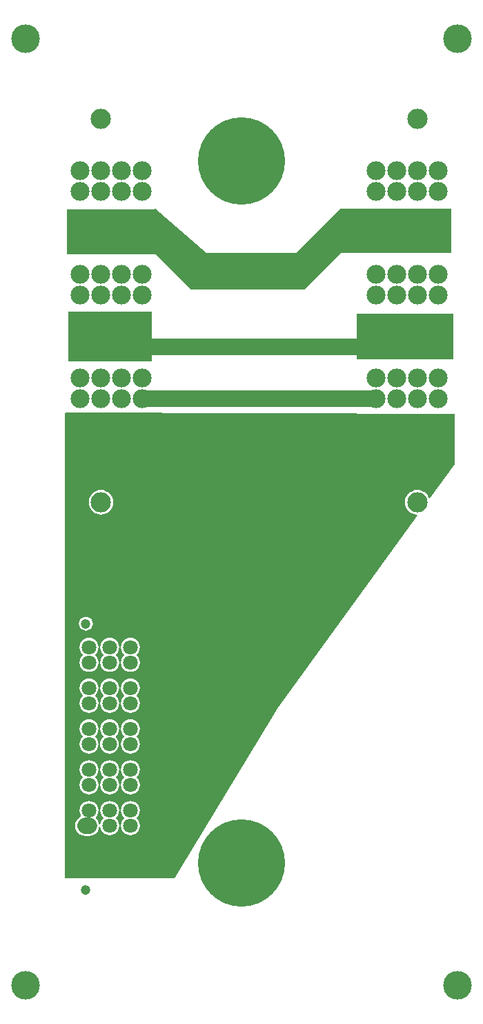
<source format=gbl>
G04 Layer_Physical_Order=2*
G04 Layer_Color=16711680*
%FSLAX23Y23*%
%MOIN*%
G70*
G01*
G75*
%ADD10C,0.079*%
%ADD11C,0.138*%
%ADD12C,0.421*%
%ADD13C,0.047*%
%ADD14C,0.071*%
%ADD15C,0.098*%
%ADD16C,0.091*%
G36*
X806Y3448D02*
X806Y3207D01*
X401Y3207D01*
Y3448D01*
X806Y3448D01*
D02*
G37*
G36*
X2268Y2955D02*
Y2709D01*
X2149Y2546D01*
X2144Y2547D01*
X2143Y2550D01*
X2138Y2561D01*
X2131Y2569D01*
X2122Y2577D01*
X2111Y2582D01*
X2100Y2586D01*
X2089Y2587D01*
X2077Y2586D01*
X2066Y2582D01*
X2056Y2577D01*
X2047Y2569D01*
X2039Y2561D01*
X2034Y2550D01*
X2030Y2539D01*
X2029Y2528D01*
X2030Y2516D01*
X2034Y2505D01*
X2039Y2495D01*
X2047Y2486D01*
X2056Y2478D01*
X2066Y2473D01*
X2077Y2469D01*
X2087Y2468D01*
X2089Y2464D01*
X1415Y1538D01*
X917Y713D01*
X386D01*
Y2955D01*
X389Y2959D01*
X2268Y2955D01*
D02*
G37*
G36*
X2252Y3729D02*
X1718D01*
X1544Y3555D01*
X1271Y3555D01*
X1271Y3555D01*
X995Y3555D01*
X818Y3732D01*
Y3724D01*
X395D01*
Y3941D01*
X817D01*
Y3942D01*
X822Y3945D01*
X1070Y3732D01*
X1505Y3732D01*
X1716Y3943D01*
X1717Y3943D01*
Y3945D01*
X2252D01*
Y3729D01*
D02*
G37*
G36*
X2261Y3218D02*
X1797D01*
Y3436D01*
X2261D01*
Y3218D01*
D02*
G37*
%LPC*%
G36*
X502Y1480D02*
X491Y1479D01*
X479Y1474D01*
X470Y1467D01*
X463Y1458D01*
X458Y1447D01*
X457Y1435D01*
X458Y1423D01*
X463Y1412D01*
X470Y1402D01*
X473Y1400D01*
Y1395D01*
X470Y1393D01*
X463Y1384D01*
X458Y1372D01*
X457Y1361D01*
X458Y1349D01*
X463Y1338D01*
X470Y1328D01*
X479Y1321D01*
X491Y1316D01*
X502Y1315D01*
X514Y1316D01*
X525Y1321D01*
X535Y1328D01*
X542Y1338D01*
X547Y1349D01*
X548Y1361D01*
X547Y1372D01*
X542Y1384D01*
X535Y1393D01*
X532Y1395D01*
Y1400D01*
X535Y1402D01*
X542Y1412D01*
X547Y1423D01*
X548Y1435D01*
X547Y1447D01*
X542Y1458D01*
X535Y1467D01*
X525Y1474D01*
X514Y1479D01*
X502Y1480D01*
D02*
G37*
G36*
X702Y1284D02*
X691Y1282D01*
X679Y1277D01*
X670Y1270D01*
X663Y1261D01*
X658Y1250D01*
X657Y1238D01*
X658Y1226D01*
X663Y1215D01*
X670Y1205D01*
X673Y1203D01*
Y1198D01*
X670Y1196D01*
X663Y1187D01*
X658Y1176D01*
X657Y1164D01*
X658Y1152D01*
X663Y1141D01*
X670Y1131D01*
X679Y1124D01*
X691Y1120D01*
X702Y1118D01*
X714Y1120D01*
X725Y1124D01*
X735Y1131D01*
X742Y1141D01*
X747Y1152D01*
X748Y1164D01*
X747Y1176D01*
X742Y1187D01*
X735Y1196D01*
X732Y1198D01*
Y1203D01*
X735Y1205D01*
X742Y1215D01*
X747Y1226D01*
X748Y1238D01*
X747Y1250D01*
X742Y1261D01*
X735Y1270D01*
X725Y1277D01*
X714Y1282D01*
X702Y1284D01*
D02*
G37*
G36*
Y1480D02*
X691Y1479D01*
X679Y1474D01*
X670Y1467D01*
X663Y1458D01*
X658Y1447D01*
X657Y1435D01*
X658Y1423D01*
X663Y1412D01*
X670Y1402D01*
X673Y1400D01*
Y1395D01*
X670Y1393D01*
X663Y1384D01*
X658Y1372D01*
X657Y1361D01*
X658Y1349D01*
X663Y1338D01*
X670Y1328D01*
X679Y1321D01*
X691Y1316D01*
X702Y1315D01*
X714Y1316D01*
X725Y1321D01*
X735Y1328D01*
X742Y1338D01*
X747Y1349D01*
X748Y1361D01*
X747Y1372D01*
X742Y1384D01*
X735Y1393D01*
X732Y1395D01*
Y1400D01*
X735Y1402D01*
X742Y1412D01*
X747Y1423D01*
X748Y1435D01*
X747Y1447D01*
X742Y1458D01*
X735Y1467D01*
X725Y1474D01*
X714Y1479D01*
X702Y1480D01*
D02*
G37*
G36*
X602D02*
X591Y1479D01*
X579Y1474D01*
X570Y1467D01*
X563Y1458D01*
X558Y1447D01*
X557Y1435D01*
X558Y1423D01*
X563Y1412D01*
X570Y1402D01*
X572Y1401D01*
Y1396D01*
X568Y1393D01*
X561Y1384D01*
X557Y1372D01*
X555Y1361D01*
X557Y1349D01*
X561Y1338D01*
X568Y1328D01*
X578Y1321D01*
X589Y1316D01*
X601Y1315D01*
X613Y1316D01*
X624Y1321D01*
X633Y1328D01*
X640Y1338D01*
X645Y1349D01*
X647Y1361D01*
X645Y1372D01*
X640Y1384D01*
X633Y1393D01*
X631Y1395D01*
Y1400D01*
X635Y1402D01*
X642Y1412D01*
X647Y1423D01*
X648Y1435D01*
X647Y1447D01*
X642Y1458D01*
X635Y1467D01*
X625Y1474D01*
X614Y1479D01*
X602Y1480D01*
D02*
G37*
G36*
Y1087D02*
X591Y1085D01*
X579Y1081D01*
X570Y1073D01*
X563Y1064D01*
X558Y1053D01*
X557Y1041D01*
X558Y1029D01*
X563Y1018D01*
X570Y1009D01*
X573Y1006D01*
Y1001D01*
X570Y999D01*
X563Y990D01*
X558Y979D01*
X557Y969D01*
X552D01*
X550Y980D01*
X545Y992D01*
X538Y1002D01*
X536Y1004D01*
X536Y1010D01*
X542Y1018D01*
X547Y1029D01*
X548Y1041D01*
X547Y1053D01*
X542Y1064D01*
X535Y1073D01*
X525Y1081D01*
X514Y1085D01*
X502Y1087D01*
X491Y1085D01*
X479Y1081D01*
X470Y1073D01*
X463Y1064D01*
X458Y1053D01*
X457Y1041D01*
X458Y1029D01*
X463Y1018D01*
X464Y1016D01*
X463Y1011D01*
X460Y1010D01*
X449Y1002D01*
X442Y992D01*
X437Y980D01*
X435Y967D01*
X437Y954D01*
X442Y942D01*
X449Y932D01*
X460Y924D01*
X472Y919D01*
X485Y917D01*
X502D01*
X515Y919D01*
X527Y924D01*
X538Y932D01*
X545Y942D01*
X550Y954D01*
X552Y964D01*
X557D01*
X558Y955D01*
X563Y944D01*
X570Y935D01*
X579Y927D01*
X591Y923D01*
X602Y921D01*
X614Y923D01*
X625Y927D01*
X635Y935D01*
X642Y944D01*
X647Y955D01*
X648Y967D01*
X647Y979D01*
X642Y990D01*
X635Y999D01*
X632Y1001D01*
Y1006D01*
X635Y1009D01*
X642Y1018D01*
X647Y1029D01*
X648Y1041D01*
X647Y1053D01*
X642Y1064D01*
X635Y1073D01*
X625Y1081D01*
X614Y1085D01*
X602Y1087D01*
D02*
G37*
G36*
X702D02*
X691Y1085D01*
X679Y1081D01*
X670Y1073D01*
X663Y1064D01*
X658Y1053D01*
X657Y1041D01*
X658Y1029D01*
X663Y1018D01*
X670Y1009D01*
X673Y1006D01*
Y1001D01*
X670Y999D01*
X663Y990D01*
X658Y979D01*
X657Y967D01*
X658Y955D01*
X663Y944D01*
X670Y935D01*
X679Y927D01*
X691Y923D01*
X702Y921D01*
X714Y923D01*
X725Y927D01*
X735Y935D01*
X742Y944D01*
X747Y955D01*
X748Y967D01*
X747Y979D01*
X742Y990D01*
X735Y999D01*
X732Y1001D01*
Y1006D01*
X735Y1009D01*
X742Y1018D01*
X747Y1029D01*
X748Y1041D01*
X747Y1053D01*
X742Y1064D01*
X735Y1073D01*
X725Y1081D01*
X714Y1085D01*
X702Y1087D01*
D02*
G37*
G36*
X602Y1284D02*
X591Y1282D01*
X579Y1277D01*
X570Y1270D01*
X563Y1261D01*
X558Y1250D01*
X557Y1238D01*
X558Y1226D01*
X563Y1215D01*
X570Y1205D01*
X573Y1203D01*
Y1198D01*
X570Y1196D01*
X563Y1187D01*
X558Y1176D01*
X557Y1164D01*
X558Y1152D01*
X563Y1141D01*
X570Y1131D01*
X579Y1124D01*
X591Y1120D01*
X602Y1118D01*
X614Y1120D01*
X625Y1124D01*
X635Y1131D01*
X642Y1141D01*
X647Y1152D01*
X648Y1164D01*
X647Y1176D01*
X642Y1187D01*
X635Y1196D01*
X632Y1198D01*
Y1203D01*
X635Y1205D01*
X642Y1215D01*
X647Y1226D01*
X648Y1238D01*
X647Y1250D01*
X642Y1261D01*
X635Y1270D01*
X625Y1277D01*
X614Y1282D01*
X602Y1284D01*
D02*
G37*
G36*
X502D02*
X491Y1282D01*
X479Y1277D01*
X470Y1270D01*
X463Y1261D01*
X458Y1250D01*
X457Y1238D01*
X458Y1226D01*
X463Y1215D01*
X470Y1205D01*
X473Y1203D01*
Y1198D01*
X470Y1196D01*
X463Y1187D01*
X458Y1176D01*
X457Y1164D01*
X458Y1152D01*
X463Y1141D01*
X470Y1131D01*
X479Y1124D01*
X491Y1120D01*
X502Y1118D01*
X514Y1120D01*
X525Y1124D01*
X535Y1131D01*
X542Y1141D01*
X547Y1152D01*
X548Y1164D01*
X547Y1176D01*
X542Y1187D01*
X535Y1196D01*
X532Y1198D01*
Y1203D01*
X535Y1205D01*
X542Y1215D01*
X547Y1226D01*
X548Y1238D01*
X547Y1250D01*
X542Y1261D01*
X535Y1270D01*
X525Y1277D01*
X514Y1282D01*
X502Y1284D01*
D02*
G37*
G36*
X702Y1874D02*
X691Y1873D01*
X679Y1868D01*
X670Y1861D01*
X663Y1851D01*
X658Y1840D01*
X657Y1828D01*
X658Y1816D01*
X663Y1805D01*
X670Y1796D01*
X673Y1794D01*
Y1789D01*
X670Y1787D01*
X663Y1777D01*
X658Y1766D01*
X657Y1754D01*
X658Y1742D01*
X663Y1731D01*
X670Y1722D01*
X679Y1715D01*
X691Y1710D01*
X702Y1709D01*
X714Y1710D01*
X725Y1715D01*
X735Y1722D01*
X742Y1731D01*
X747Y1742D01*
X748Y1754D01*
X747Y1766D01*
X742Y1777D01*
X735Y1787D01*
X732Y1789D01*
Y1794D01*
X735Y1796D01*
X742Y1805D01*
X747Y1816D01*
X748Y1828D01*
X747Y1840D01*
X742Y1851D01*
X735Y1861D01*
X725Y1868D01*
X714Y1873D01*
X702Y1874D01*
D02*
G37*
G36*
X602D02*
X591Y1873D01*
X579Y1868D01*
X570Y1861D01*
X563Y1851D01*
X558Y1840D01*
X557Y1828D01*
X558Y1816D01*
X563Y1805D01*
X570Y1796D01*
X573Y1794D01*
Y1789D01*
X570Y1787D01*
X563Y1777D01*
X558Y1766D01*
X557Y1754D01*
X558Y1742D01*
X563Y1731D01*
X570Y1722D01*
X579Y1715D01*
X591Y1710D01*
X602Y1709D01*
X614Y1710D01*
X625Y1715D01*
X635Y1722D01*
X642Y1731D01*
X647Y1742D01*
X648Y1754D01*
X647Y1766D01*
X642Y1777D01*
X635Y1787D01*
X632Y1789D01*
Y1794D01*
X635Y1796D01*
X642Y1805D01*
X647Y1816D01*
X648Y1828D01*
X647Y1840D01*
X642Y1851D01*
X635Y1861D01*
X625Y1868D01*
X614Y1873D01*
X602Y1874D01*
D02*
G37*
G36*
X560Y2587D02*
X548Y2586D01*
X537Y2582D01*
X527Y2577D01*
X518Y2569D01*
X511Y2561D01*
X505Y2550D01*
X502Y2539D01*
X501Y2528D01*
X502Y2516D01*
X505Y2505D01*
X511Y2495D01*
X518Y2486D01*
X527Y2478D01*
X537Y2473D01*
X548Y2469D01*
X560Y2468D01*
X571Y2469D01*
X583Y2473D01*
X593Y2478D01*
X602Y2486D01*
X609Y2495D01*
X615Y2505D01*
X618Y2516D01*
X619Y2528D01*
X618Y2539D01*
X615Y2550D01*
X609Y2561D01*
X602Y2569D01*
X593Y2577D01*
X583Y2582D01*
X571Y2586D01*
X560Y2587D01*
D02*
G37*
G36*
X487Y1975D02*
X479Y1974D01*
X471Y1971D01*
X464Y1966D01*
X458Y1959D01*
X455Y1950D01*
X454Y1942D01*
X455Y1933D01*
X458Y1925D01*
X464Y1918D01*
X471Y1913D01*
X479Y1909D01*
X487Y1908D01*
X496Y1909D01*
X504Y1913D01*
X511Y1918D01*
X517Y1925D01*
X520Y1933D01*
X521Y1942D01*
X520Y1950D01*
X517Y1959D01*
X511Y1966D01*
X504Y1971D01*
X496Y1974D01*
X487Y1975D01*
D02*
G37*
G36*
X602Y1677D02*
X591Y1676D01*
X579Y1671D01*
X570Y1664D01*
X563Y1654D01*
X558Y1643D01*
X557Y1631D01*
X558Y1620D01*
X563Y1609D01*
X570Y1599D01*
X573Y1597D01*
Y1592D01*
X570Y1590D01*
X563Y1580D01*
X558Y1569D01*
X557Y1557D01*
X558Y1546D01*
X563Y1535D01*
X570Y1525D01*
X579Y1518D01*
X591Y1513D01*
X602Y1512D01*
X614Y1513D01*
X625Y1518D01*
X635Y1525D01*
X642Y1535D01*
X647Y1546D01*
X648Y1557D01*
X647Y1569D01*
X642Y1580D01*
X635Y1590D01*
X632Y1592D01*
Y1597D01*
X635Y1599D01*
X642Y1609D01*
X647Y1620D01*
X648Y1631D01*
X647Y1643D01*
X642Y1654D01*
X635Y1664D01*
X625Y1671D01*
X614Y1676D01*
X602Y1677D01*
D02*
G37*
G36*
X502D02*
X491Y1676D01*
X479Y1671D01*
X470Y1664D01*
X463Y1654D01*
X458Y1643D01*
X457Y1631D01*
X458Y1620D01*
X463Y1609D01*
X470Y1599D01*
X473Y1597D01*
Y1592D01*
X470Y1590D01*
X463Y1580D01*
X458Y1569D01*
X457Y1557D01*
X458Y1546D01*
X463Y1535D01*
X470Y1525D01*
X479Y1518D01*
X491Y1513D01*
X502Y1512D01*
X514Y1513D01*
X525Y1518D01*
X535Y1525D01*
X542Y1535D01*
X547Y1546D01*
X548Y1557D01*
X547Y1569D01*
X542Y1580D01*
X535Y1590D01*
X532Y1592D01*
Y1597D01*
X535Y1599D01*
X542Y1609D01*
X547Y1620D01*
X548Y1631D01*
X547Y1643D01*
X542Y1654D01*
X535Y1664D01*
X525Y1671D01*
X514Y1676D01*
X502Y1677D01*
D02*
G37*
G36*
Y1874D02*
X491Y1873D01*
X479Y1868D01*
X470Y1861D01*
X463Y1851D01*
X458Y1840D01*
X457Y1828D01*
X458Y1816D01*
X463Y1805D01*
X470Y1796D01*
X473Y1794D01*
Y1789D01*
X470Y1787D01*
X463Y1777D01*
X458Y1766D01*
X457Y1754D01*
X458Y1742D01*
X463Y1731D01*
X470Y1722D01*
X479Y1715D01*
X491Y1710D01*
X502Y1709D01*
X514Y1710D01*
X525Y1715D01*
X535Y1722D01*
X542Y1731D01*
X547Y1742D01*
X548Y1754D01*
X547Y1766D01*
X542Y1777D01*
X535Y1787D01*
X532Y1789D01*
Y1794D01*
X535Y1796D01*
X542Y1805D01*
X547Y1816D01*
X548Y1828D01*
X547Y1840D01*
X542Y1851D01*
X535Y1861D01*
X525Y1868D01*
X514Y1873D01*
X502Y1874D01*
D02*
G37*
G36*
X702Y1677D02*
X691Y1676D01*
X679Y1671D01*
X670Y1664D01*
X663Y1654D01*
X658Y1643D01*
X657Y1631D01*
X658Y1620D01*
X663Y1609D01*
X670Y1599D01*
X673Y1597D01*
Y1592D01*
X670Y1590D01*
X663Y1580D01*
X658Y1569D01*
X657Y1557D01*
X658Y1546D01*
X663Y1535D01*
X670Y1525D01*
X679Y1518D01*
X691Y1513D01*
X702Y1512D01*
X714Y1513D01*
X725Y1518D01*
X735Y1525D01*
X742Y1535D01*
X747Y1546D01*
X748Y1557D01*
X747Y1569D01*
X742Y1580D01*
X735Y1590D01*
X732Y1592D01*
Y1597D01*
X735Y1599D01*
X742Y1609D01*
X747Y1620D01*
X748Y1631D01*
X747Y1643D01*
X742Y1654D01*
X735Y1664D01*
X725Y1671D01*
X714Y1676D01*
X702Y1677D01*
D02*
G37*
%LPD*%
D10*
X760Y3028D02*
X1889D01*
X760Y3278D02*
X1890D01*
X485Y967D02*
X502D01*
D11*
X197Y4764D02*
D03*
X2283D02*
D03*
Y197D02*
D03*
X197D02*
D03*
D12*
X1239Y787D02*
D03*
Y4173D02*
D03*
D13*
X487Y657D02*
D03*
Y1942D02*
D03*
D14*
X502Y770D02*
D03*
X602D02*
D03*
X702D02*
D03*
Y844D02*
D03*
X602D02*
D03*
X502D02*
D03*
Y967D02*
D03*
X602D02*
D03*
X702D02*
D03*
Y1041D02*
D03*
X602D02*
D03*
X502D02*
D03*
Y1164D02*
D03*
X602D02*
D03*
X702D02*
D03*
Y1238D02*
D03*
X602D02*
D03*
X502D02*
D03*
Y1361D02*
D03*
X601D02*
D03*
X702D02*
D03*
Y1435D02*
D03*
X602D02*
D03*
X502D02*
D03*
Y1557D02*
D03*
X602D02*
D03*
X702D02*
D03*
Y1631D02*
D03*
X502D02*
D03*
X602D02*
D03*
Y1828D02*
D03*
X702Y1754D02*
D03*
X602D02*
D03*
X702Y1828D02*
D03*
X502Y1754D02*
D03*
Y1828D02*
D03*
D15*
X2089Y4378D02*
D03*
Y2528D02*
D03*
X560D02*
D03*
Y4378D02*
D03*
D16*
X2189Y4128D02*
D03*
X2089D02*
D03*
X1989D02*
D03*
X1889D02*
D03*
Y4028D02*
D03*
X1989D02*
D03*
X2089D02*
D03*
X2189D02*
D03*
Y3878D02*
D03*
X2089D02*
D03*
X1989D02*
D03*
X1889D02*
D03*
Y3778D02*
D03*
X1989D02*
D03*
X2089D02*
D03*
X2191D02*
D03*
X2189Y3628D02*
D03*
X2089D02*
D03*
X1989D02*
D03*
X1889D02*
D03*
Y3528D02*
D03*
X1989D02*
D03*
X2089D02*
D03*
X2189D02*
D03*
Y3378D02*
D03*
X2089D02*
D03*
X1989D02*
D03*
X1886D02*
D03*
Y3273D02*
D03*
X1989Y3278D02*
D03*
X2089D02*
D03*
X2189D02*
D03*
Y2878D02*
D03*
X2089D02*
D03*
X1989D02*
D03*
X1889D02*
D03*
Y2778D02*
D03*
X1989D02*
D03*
X2089D02*
D03*
X2189D02*
D03*
Y3028D02*
D03*
X2089D02*
D03*
X1989D02*
D03*
X1889D02*
D03*
Y3128D02*
D03*
X1989D02*
D03*
X2089D02*
D03*
X2189D02*
D03*
X460Y2778D02*
D03*
X560D02*
D03*
X660D02*
D03*
X760D02*
D03*
Y2878D02*
D03*
X660D02*
D03*
X560D02*
D03*
X460D02*
D03*
Y3028D02*
D03*
X560D02*
D03*
X660D02*
D03*
X760D02*
D03*
Y3128D02*
D03*
X660D02*
D03*
X560D02*
D03*
X460D02*
D03*
Y3278D02*
D03*
X560D02*
D03*
X660D02*
D03*
X760D02*
D03*
Y3378D02*
D03*
X660D02*
D03*
X560D02*
D03*
X460D02*
D03*
Y3528D02*
D03*
X560D02*
D03*
X660D02*
D03*
X760D02*
D03*
Y3628D02*
D03*
X660D02*
D03*
X560D02*
D03*
X460D02*
D03*
Y3778D02*
D03*
X560D02*
D03*
X660D02*
D03*
X760D02*
D03*
Y3878D02*
D03*
X660D02*
D03*
X560D02*
D03*
X460D02*
D03*
Y4028D02*
D03*
X560D02*
D03*
X660D02*
D03*
X760D02*
D03*
Y4128D02*
D03*
X660D02*
D03*
X560D02*
D03*
X460D02*
D03*
M02*

</source>
